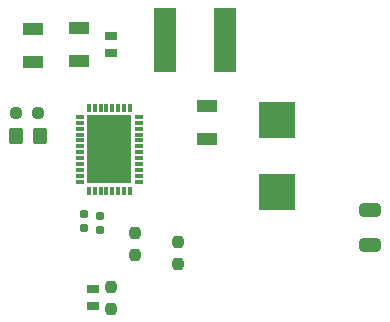
<source format=gbr>
%TF.GenerationSoftware,KiCad,Pcbnew,7.0.9-7.0.9~ubuntu22.04.1*%
%TF.CreationDate,2024-01-17T18:17:55+01:00*%
%TF.ProjectId,driver_seperate,64726976-6572-45f7-9365-706572617465,rev?*%
%TF.SameCoordinates,Original*%
%TF.FileFunction,Paste,Top*%
%TF.FilePolarity,Positive*%
%FSLAX46Y46*%
G04 Gerber Fmt 4.6, Leading zero omitted, Abs format (unit mm)*
G04 Created by KiCad (PCBNEW 7.0.9-7.0.9~ubuntu22.04.1) date 2024-01-17 18:17:55*
%MOMM*%
%LPD*%
G01*
G04 APERTURE LIST*
G04 Aperture macros list*
%AMRoundRect*
0 Rectangle with rounded corners*
0 $1 Rounding radius*
0 $2 $3 $4 $5 $6 $7 $8 $9 X,Y pos of 4 corners*
0 Add a 4 corners polygon primitive as box body*
4,1,4,$2,$3,$4,$5,$6,$7,$8,$9,$2,$3,0*
0 Add four circle primitives for the rounded corners*
1,1,$1+$1,$2,$3*
1,1,$1+$1,$4,$5*
1,1,$1+$1,$6,$7*
1,1,$1+$1,$8,$9*
0 Add four rect primitives between the rounded corners*
20,1,$1+$1,$2,$3,$4,$5,0*
20,1,$1+$1,$4,$5,$6,$7,0*
20,1,$1+$1,$6,$7,$8,$9,0*
20,1,$1+$1,$8,$9,$2,$3,0*%
G04 Aperture macros list end*
%ADD10RoundRect,0.250000X-0.650000X0.325000X-0.650000X-0.325000X0.650000X-0.325000X0.650000X0.325000X0*%
%ADD11R,1.860000X5.520000*%
%ADD12R,1.820000X1.020000*%
%ADD13RoundRect,0.237500X-0.237500X0.250000X-0.237500X-0.250000X0.237500X-0.250000X0.237500X0.250000X0*%
%ADD14RoundRect,0.237500X-0.250000X-0.237500X0.250000X-0.237500X0.250000X0.237500X-0.250000X0.237500X0*%
%ADD15R,3.100000X3.050000*%
%ADD16R,0.980000X0.780000*%
%ADD17RoundRect,0.250000X0.350000X0.450000X-0.350000X0.450000X-0.350000X-0.450000X0.350000X-0.450000X0*%
%ADD18RoundRect,0.160000X-0.160000X0.197500X-0.160000X-0.197500X0.160000X-0.197500X0.160000X0.197500X0*%
%ADD19R,1.820000X1.070000*%
%ADD20RoundRect,0.237500X0.237500X-0.250000X0.237500X0.250000X-0.237500X0.250000X-0.237500X-0.250000X0*%
%ADD21R,0.800000X0.300000*%
%ADD22R,0.300000X0.800000*%
%ADD23R,3.800000X5.800000*%
G04 APERTURE END LIST*
D10*
%TO.C,C6*%
X173482000Y-104849400D03*
X173482000Y-107799400D03*
%TD*%
D11*
%TO.C,C4*%
X156119000Y-90424000D03*
X161179000Y-90424000D03*
%TD*%
D12*
%TO.C,C2*%
X148794400Y-92261800D03*
X148794400Y-89461800D03*
%TD*%
D13*
%TO.C,R2*%
X151511000Y-111355500D03*
X151511000Y-113180500D03*
%TD*%
D14*
%TO.C,R4*%
X143510000Y-96647000D03*
X145335000Y-96647000D03*
%TD*%
D15*
%TO.C,L1*%
X165608000Y-97229200D03*
X165608000Y-103329200D03*
%TD*%
D16*
%TO.C,C7*%
X149987000Y-111526500D03*
X149987000Y-112926500D03*
%TD*%
D17*
%TO.C,R5*%
X145510000Y-98552000D03*
X143510000Y-98552000D03*
%TD*%
D12*
%TO.C,C5*%
X144933600Y-92306600D03*
X144933600Y-89506600D03*
%TD*%
D18*
%TO.C,R6*%
X149225000Y-105193500D03*
X149225000Y-106388500D03*
%TD*%
D19*
%TO.C,C1*%
X159639000Y-96029000D03*
X159639000Y-98789000D03*
%TD*%
D20*
%TO.C,R3*%
X157226000Y-109370500D03*
X157226000Y-107545500D03*
%TD*%
%TO.C,R1*%
X153543000Y-108608500D03*
X153543000Y-106783500D03*
%TD*%
D18*
%TO.C,R7*%
X150622000Y-105320500D03*
X150622000Y-106515500D03*
%TD*%
D16*
%TO.C,C3*%
X151537600Y-90144600D03*
X151537600Y-91544600D03*
%TD*%
D21*
%TO.C,IC1*%
X153884000Y-102445000D03*
X153884000Y-101945000D03*
X153884000Y-101445000D03*
X153884000Y-100945000D03*
X153884000Y-100445000D03*
X153884000Y-99945000D03*
X153884000Y-99445000D03*
X153884000Y-98945000D03*
X153884000Y-98445000D03*
X153884000Y-97945000D03*
X153884000Y-97445000D03*
X153884000Y-96945000D03*
D22*
X153134000Y-96195000D03*
X152634000Y-96195000D03*
X152134000Y-96195000D03*
X151634000Y-96195000D03*
X151134000Y-96195000D03*
X150634000Y-96195000D03*
X150134000Y-96195000D03*
X149634000Y-96195000D03*
D21*
X148884000Y-96945000D03*
X148884000Y-97445000D03*
X148884000Y-97945000D03*
X148884000Y-98445000D03*
X148884000Y-98945000D03*
X148884000Y-99445000D03*
X148884000Y-99945000D03*
X148884000Y-100445000D03*
X148884000Y-100945000D03*
X148884000Y-101445000D03*
X148884000Y-101945000D03*
X148884000Y-102445000D03*
D22*
X149634000Y-103195000D03*
X150134000Y-103195000D03*
X150634000Y-103195000D03*
X151134000Y-103195000D03*
X151634000Y-103195000D03*
X152134000Y-103195000D03*
X152634000Y-103195000D03*
X153134000Y-103195000D03*
D23*
X151384000Y-99695000D03*
%TD*%
M02*

</source>
